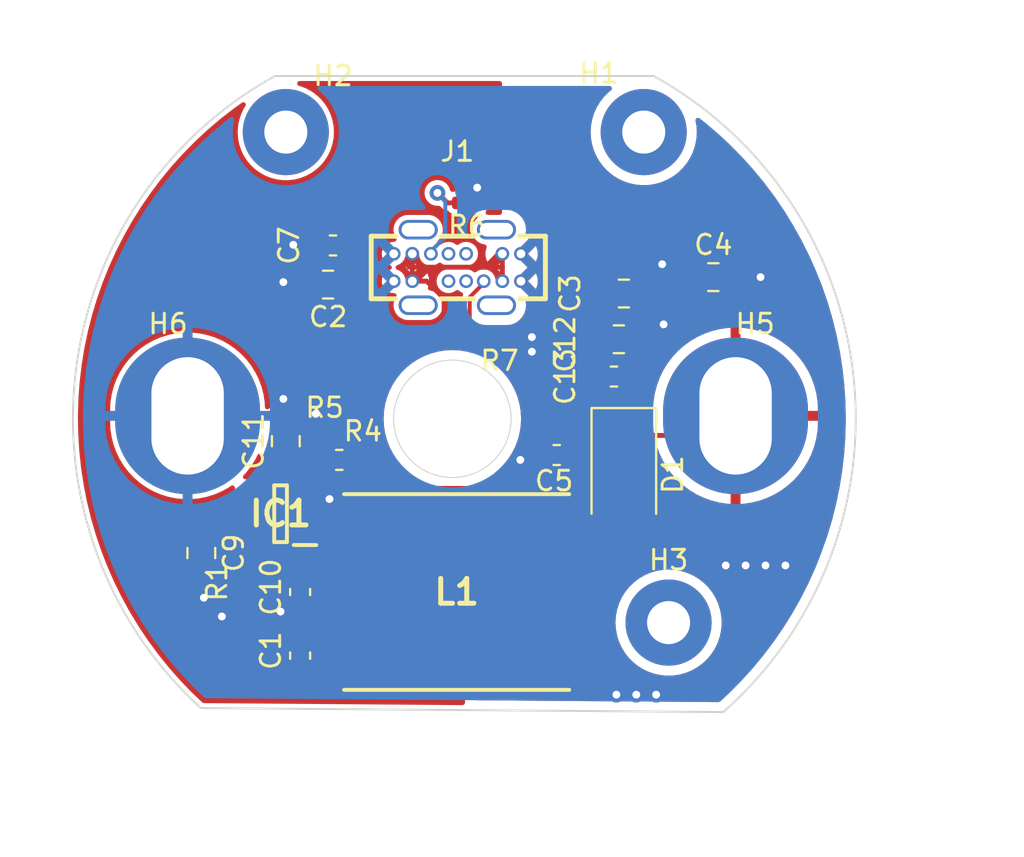
<source format=kicad_pcb>
(kicad_pcb (version 20211014) (generator pcbnew)
  (layers (0 "F.Cu" signal) (31 "B.Cu" signal) (34 "B.Paste" user) (35 "F.Paste" user) (36 "B.SilkS" user "B.Silkscreen") (37 "F.SilkS" user "F.Silkscreen") (38 "B.Mask" user) (39 "F.Mask" user) (44 "Edge.Cuts" user))
  (net 0 "")
  (net 1 "GND")
  (net 2 "5V")
  (net 3 "12V")
  (net 4 "Net-(D1-Pad2)")
  (net 5 "Net-(IC1-Pad6)")
  (net 6 "Net-(IC1-Pad3)")
  (net 7 "Net-(J1-Pad12)")
  (net 8 "Net-(J1-Pad5)")
  (net 9 "Net-(J1-Pad0)")
  (net 10 "Net-(J1-Pad11)")
  (net 11 "Net-(J1-Pad10)")
  (net 12 "Net-(J1-Pad4)")
  (net 13 "Net-(J1-Pad3)")
  (footprint "Capacitor_SMD:C_0805_2012Metric_Pad1.15x1.40mm_HandSolder" (layer "F.Cu") (at 122.428 50.292 180)
    (fp_text reference "C2" (at 0 -1.65) (layer "F.SilkS"))
    (fp_text value "20uF")
    (fp_line (start -0.261252 -0.71) (end 0.261252 -0.71) (layer "F.SilkS") (width 0.12))
    (fp_line (start -0.261252 0.71) (end 0.261252 0.71) (layer "F.SilkS") (width 0.12))
    (pad "1" smd roundrect locked (at -1.025 0 180) (size 1.15 1.4) (layers "F.Cu" "F.Paste" "F.Mask") (roundrect_rratio 0.2173904348) (net 2 "5V"))
    (pad "2" smd roundrect locked (at 1.025 0 180) (size 1.15 1.4) (layers "F.Cu" "F.Paste" "F.Mask") (roundrect_rratio 0.2173904348) (net 1 "GND"))
  )
  (footprint "Capacitor_SMD:C_0805_2012Metric_Pad1.15x1.40mm_HandSolder" (layer "F.Cu") (at 137.541 50.75)
    (fp_text reference "C3" (at -2.75 0 90) (layer "F.SilkS"))
    (fp_text value "20uF")
    (fp_line (start -0.261252 -0.71) (end 0.261252 -0.71) (layer "F.SilkS") (width 0.12))
    (fp_line (start -0.261252 0.71) (end 0.261252 0.71) (layer "F.SilkS") (width 0.12))
    (pad "1" smd roundrect locked (at -1.025 0) (size 1.15 1.4) (layers "F.Cu" "F.Paste" "F.Mask") (roundrect_rratio 0.2173904348) (net 3 "12V"))
    (pad "2" smd roundrect locked (at 1.025 0) (size 1.15 1.4) (layers "F.Cu" "F.Paste" "F.Mask") (roundrect_rratio 0.2173904348) (net 1 "GND"))
  )
  (footprint "Capacitor_SMD:C_0805_2012Metric_Pad1.15x1.40mm_HandSolder" (layer "F.Cu") (at 142.113 49.911)
    (fp_text reference "C4" (at 0 -1.65) (layer "F.SilkS"))
    (fp_text value "20uF")
    (fp_line (start -0.261252 0.71) (end 0.261252 0.71) (layer "F.SilkS") (width 0.12))
    (fp_line (start -0.261252 -0.71) (end 0.261252 -0.71) (layer "F.SilkS") (width 0.12))
    (pad "1" smd roundrect locked (at -1.025 0) (size 1.15 1.4) (layers "F.Cu" "F.Paste" "F.Mask") (roundrect_rratio 0.2173904348) (net 3 "12V"))
    (pad "2" smd roundrect locked (at 1.025 0) (size 1.15 1.4) (layers "F.Cu" "F.Paste" "F.Mask") (roundrect_rratio 0.2173904348) (net 1 "GND"))
  )
  (footprint "Capacitor_SMD:C_0603_1608Metric" (layer "F.Cu") (at 122.678 48.292 180)
    (fp_text reference "C7" (at 2.25 0 90) (layer "F.SilkS"))
    (fp_text value "0.1uF")
    (fp_line (start -0.162779 0.51) (end 0.162779 0.51) (layer "F.SilkS") (width 0.12))
    (fp_line (start -0.162779 -0.51) (end 0.162779 -0.51) (layer "F.SilkS") (width 0.12))
    (pad "1" smd roundrect locked (at -0.7875 0 180) (size 0.875 0.95) (layers "F.Cu" "F.Paste" "F.Mask") (net 2 "5V"))
    (pad "2" smd roundrect locked (at 0.7875 0 180) (size 0.875 0.95) (layers "F.Cu" "F.Paste" "F.Mask") (net 1 "GND"))
  )
  (footprint "Capacitor_SMD:C_0603_1608Metric" (layer "F.Cu") (at 121 66 -90)
    (fp_text reference "C10" (at -0.25 1.5 90) (layer "F.SilkS"))
    (fp_text value "0.1uF")
    (fp_line (start -0.162779 -0.51) (end 0.162779 -0.51) (layer "F.SilkS") (width 0.12))
    (fp_line (start -0.162779 0.51) (end 0.162779 0.51) (layer "F.SilkS") (width 0.12))
    (pad "1" smd roundrect locked (at -0.7875 0 270) (size 0.875 0.95) (layers "F.Cu" "F.Paste" "F.Mask") (net 2 "5V"))
    (pad "2" smd roundrect locked (at 0.7875 0 270) (size 0.875 0.95) (layers "F.Cu" "F.Paste" "F.Mask") (net 1 "GND"))
  )
  (footprint "Capacitor_SMD:C_0805_2012Metric_Pad1.15x1.40mm_HandSolder" (layer "F.Cu") (at 137.287 53.086)
    (fp_text reference "C12" (at -2.75 0.25 90) (layer "F.SilkS"))
    (fp_text value "20uF")
    (fp_line (start -0.261252 0.71) (end 0.261252 0.71) (layer "F.SilkS") (width 0.12))
    (fp_line (start -0.261252 -0.71) (end 0.261252 -0.71) (layer "F.SilkS") (width 0.12))
    (pad "1" smd roundrect locked (at -1.025 0) (size 1.15 1.4) (layers "F.Cu" "F.Paste" "F.Mask") (roundrect_rratio 0.2173904348) (net 3 "12V"))
    (pad "2" smd roundrect locked (at 1.025 0) (size 1.15 1.4) (layers "F.Cu" "F.Paste" "F.Mask") (roundrect_rratio 0.2173904348) (net 1 "GND"))
  )
  (footprint "Capacitor_SMD:C_0603_1608Metric" (layer "F.Cu") (at 137.033 54.991)
    (fp_text reference "C13" (at -2.5 0 90) (layer "F.SilkS"))
    (fp_text value "0.1uF")
    (fp_line (start -0.162779 -0.51) (end 0.162779 -0.51) (layer "F.SilkS") (width 0.12))
    (fp_line (start -0.162779 0.51) (end 0.162779 0.51) (layer "F.SilkS") (width 0.12))
    (pad "1" smd roundrect locked (at -0.7875 0) (size 0.875 0.95) (layers "F.Cu" "F.Paste" "F.Mask") (net 3 "12V"))
    (pad "2" smd roundrect locked (at 0.7875 0) (size 0.875 0.95) (layers "F.Cu" "F.Paste" "F.Mask") (net 1 "GND"))
  )
  (footprint "Diode_SMD:D_SMA" (layer "F.Cu") (at 137.541 60 -90)
    (fp_text reference "D1" (at 0 -2.5 90) (layer "F.SilkS"))
    (fp_text value "D_Schottky")
    (fp_line (start -3.4 1.65) (end 2 1.65) (layer "F.SilkS") (width 0.12))
    (fp_line (start -3.4 -1.65) (end 2 -1.65) (layer "F.SilkS") (width 0.12))
    (fp_line (start -3.4 -1.65) (end -3.4 1.65) (layer "F.SilkS") (width 0.12))
    (pad "1" smd rect locked (at -2 0 270) (size 2.5 1.8) (layers "F.Cu" "F.Paste" "F.Mask") (net 3 "12V"))
    (pad "2" smd rect locked (at 2 0 270) (size 2.5 1.8) (layers "F.Cu" "F.Paste" "F.Mask") (net 4 "Net-(D1-Pad2)"))
  )
  (footprint "MountingHole:MountingHole_2.2mm_M2_Pad" (layer "F.Cu") (at 138.557 42.5)
    (fp_text reference "H1" (at -2.286 -3.003) (layer "F.SilkS"))
    (fp_text value "MountingHole")
    (pad "1" thru_hole circle locked (at 0 0) (size 4.4 4.4) (drill 2.2) (layers *.Cu *.Mask))
  )
  (footprint "MountingHole:MountingHole_2.2mm_M2_Pad" (layer "F.Cu") (at 120.269 42.5)
    (fp_text reference "H2" (at 2.413 -2.876) (layer "F.SilkS"))
    (fp_text value "MountingHole")
    (pad "1" thru_hole circle locked (at 0 0) (size 4.4 4.4) (drill 2.2) (layers *.Cu *.Mask))
  )
  (footprint "MountingHole:MountingHole_2.2mm_M2_Pad" (layer "F.Cu") (at 139.827 67.564)
    (fp_text reference "H3" (at 0 -3.2) (layer "F.SilkS"))
    (fp_text value "MountingHole")
    (pad "1" thru_hole circle locked (at 0 0) (size 4.4 4.4) (drill 2.2) (layers *.Cu *.Mask))
  )
  (footprint "MountingHole:MountingHole_3.7mm_Pad" (layer "F.Cu") (at 144.25 57)
    (fp_text reference "H5" (at 0 -4.7) (layer "F.SilkS"))
    (fp_text value "MountingHole_Pad")
    (pad "1" thru_hole oval locked (at -1 0) (size 7.4 8) (drill oval 3.7 6) (layers *.Cu *.Mask) (net 3 "12V"))
  )
  (footprint "MountingHole:MountingHole_3.7mm_Pad" (layer "F.Cu") (at 114.25 57)
    (fp_text reference "H6" (at 0 -4.7) (layer "F.SilkS"))
    (fp_text value "MountingHole_Pad")
    (pad "1" thru_hole oval (at 1 0) (size 7.4 8) (drill oval 3.7 6) (layers *.Cu *.Mask) (net 1 "GND"))
  )
  (footprint "SamacSys_Parts:SOT95P280X145-6N" (layer "F.Cu") (at 120 62 180)
    (fp_text reference "IC1" (at 0 0) (layer "F.SilkS") (effects (font (size 1.27 1.27) (thickness 0.254))))
    (fp_text value "FP6291" hide)
    (fp_line (start 0.325 1.45) (end -0.325 1.45) (layer "F.SilkS") (width 0.2))
    (fp_line (start 0.325 -1.45) (end 0.325 1.45) (layer "F.SilkS") (width 0.2))
    (fp_line (start -0.325 1.45) (end -0.325 -1.45) (layer "F.SilkS") (width 0.2))
    (fp_line (start -1.825 -1.6) (end -0.675 -1.6) (layer "F.SilkS") (width 0.2))
    (fp_line (start -0.325 -1.45) (end 0.325 -1.45) (layer "F.SilkS") (width 0.2))
    (pad "1" smd rect locked (at -1.25 -0.95 270) (size 0.6 1.15) (layers "F.Cu" "F.Paste" "F.Mask") (net 4 "Net-(D1-Pad2)"))
    (pad "2" smd rect locked (at -1.25 0 270) (size 0.6 1.15) (layers "F.Cu" "F.Paste" "F.Mask") (net 1 "GND"))
    (pad "3" smd rect locked (at -1.25 0.95 270) (size 0.6 1.15) (layers "F.Cu" "F.Paste" "F.Mask") (net 6 "Net-(IC1-Pad3)"))
    (pad "4" smd rect locked (at 1.25 0.95 270) (size 0.6 1.15) (layers "F.Cu" "F.Paste" "F.Mask") (net 2 "5V"))
    (pad "5" smd rect locked (at 1.25 0 270) (size 0.6 1.15) (layers "F.Cu" "F.Paste" "F.Mask") (net 2 "5V"))
    (pad "6" smd rect locked (at 1.25 -0.95 270) (size 0.6 1.15) (layers "F.Cu" "F.Paste" "F.Mask") (net 5 "Net-(IC1-Pad6)"))
  )
  (footprint "SamacSys_Parts:INDPM115100X400N" (layer "F.Cu") (at 129 66)
    (fp_text reference "L1" (at 0 0) (layer "F.SilkS") (effects (font (size 1.27 1.27) (thickness 0.254))))
    (fp_text value "SMMS1040-3R3M" hide)
    (fp_line (start 5.75 -5) (end -5.75 -5) (layer "F.SilkS") (width 0.2))
    (fp_line (start -5.75 5) (end 5.75 5) (layer "F.SilkS") (width 0.2))
    (pad "1" smd rect locked (at -4.95 0) (size 2.8 3.05) (layers "F.Cu" "F.Paste" "F.Mask") (net 2 "5V"))
    (pad "2" smd rect locked (at 4.95 0) (size 2.8 3.05) (layers "F.Cu" "F.Paste" "F.Mask") (net 4 "Net-(D1-Pad2)"))
  )
  (footprint "Resistor_SMD:R_0402_1005Metric" (layer "F.Cu") (at 118 65.515 -90)
    (fp_text reference "R1" (at -0.015 1.25 90) (layer "F.SilkS"))
    (fp_text value "10K")
    (pad "1" smd roundrect locked (at -0.485 0 270) (size 0.59 0.64) (layers "F.Cu" "F.Paste" "F.Mask") (net 5 "Net-(IC1-Pad6)"))
    (pad "2" smd roundrect locked (at 0.485 0 270) (size 0.59 0.64) (layers "F.Cu" "F.Paste" "F.Mask") (net 1 "GND"))
  )
  (footprint "Resistor_SMD:R_0603_1608Metric" (layer "F.Cu") (at 123 59.25)
    (fp_text reference "R4" (at 1.206 -1.465) (layer "F.SilkS"))
    (fp_text value "190K")
    (fp_line (start -0.162779 0.51) (end 0.162779 0.51) (layer "F.SilkS") (width 0.12))
    (fp_line (start -0.162779 -0.51) (end 0.162779 -0.51) (layer "F.SilkS") (width 0.12))
    (pad "1" smd roundrect locked (at -0.7875 0) (size 0.875 0.95) (layers "F.Cu" "F.Paste" "F.Mask") (net 6 "Net-(IC1-Pad3)"))
    (pad "2" smd roundrect locked (at 0.7875 0) (size 0.875 0.95) (layers "F.Cu" "F.Paste" "F.Mask") (net 3 "12V"))
  )
  (footprint "Resistor_SMD:R_0402_1005Metric" (layer "F.Cu") (at 122.25 57.75)
    (fp_text reference "R5" (at 0 -1.17) (layer "F.SilkS"))
    (fp_text value "10K")
    (pad "1" smd roundrect locked (at -0.485 0) (size 0.59 0.64) (layers "F.Cu" "F.Paste" "F.Mask") (net 1 "GND"))
    (pad "2" smd roundrect locked (at 0.485 0) (size 0.59 0.64) (layers "F.Cu" "F.Paste" "F.Mask") (net 6 "Net-(IC1-Pad3)"))
  )
  (footprint "Capacitor_SMD:C_0805_2012Metric_Pad1.15x1.40mm_HandSolder" (layer "F.Cu") (at 120.269 58.293 90)
    (fp_text reference "C11" (at 0 -1.65 90) (layer "F.SilkS"))
    (fp_text value "20uF")
    (fp_line (start -0.261252 0.71) (end 0.261252 0.71) (layer "F.SilkS") (width 0.12))
    (fp_line (start -0.261252 -0.71) (end 0.261252 -0.71) (layer "F.SilkS") (width 0.12))
    (pad "1" smd roundrect locked (at -1.025 0 90) (size 1.15 1.4) (layers "F.Cu" "F.Paste" "F.Mask") (roundrect_rratio 0.2173904348) (net 2 "5V"))
    (pad "2" smd roundrect locked (at 1.025 0 90) (size 1.15 1.4) (layers "F.Cu" "F.Paste" "F.Mask") (roundrect_rratio 0.2173904348) (net 1 "GND"))
  )
  (footprint "Capacitor_SMD:C_0805_2012Metric_Pad1.15x1.40mm_HandSolder" (layer "F.Cu") (at 115.951 64.008 -90)
    (fp_text reference "C9" (at 0 -1.65 90) (layer "F.SilkS"))
    (fp_text value "20uF")
    (fp_line (start -0.261252 0.71) (end 0.261252 0.71) (layer "F.SilkS") (width 0.12))
    (fp_line (start -0.261252 -0.71) (end 0.261252 -0.71) (layer "F.SilkS") (width 0.12))
    (pad "1" smd roundrect locked (at -1.025 0 270) (size 1.15 1.4) (layers "F.Cu" "F.Paste" "F.Mask") (roundrect_rratio 0.2173904348) (net 2 "5V"))
    (pad "2" smd roundrect locked (at 1.025 0 270) (size 1.15 1.4) (layers "F.Cu" "F.Paste" "F.Mask") (roundrect_rratio 0.2173904348) (net 1 "GND"))
  )
  (footprint "Capacitor_SMD:C_0603_1608Metric" (layer "F.Cu") (at 134.112 59 180)
    (fp_text reference "C5" (at 0.138 -1.325) (layer "F.SilkS"))
    (fp_text value "0.1uF")
    (fp_line (start -0.162779 -0.51) (end 0.162779 -0.51) (layer "F.SilkS") (width 0.12))
    (fp_line (start -0.162779 0.51) (end 0.162779 0.51) (layer "F.SilkS") (width 0.12))
    (pad "1" smd roundrect locked (at -0.7875 0 180) (size 0.875 0.95) (layers "F.Cu" "F.Paste" "F.Mask") (net 3 "12V"))
    (pad "2" smd roundrect locked (at 0.7875 0 180) (size 0.875 0.95) (layers "F.Cu" "F.Paste" "F.Mask") (net 1 "GND"))
  )
  (footprint "Capacitor_SMD:C_0603_1608Metric" (layer "F.Cu") (at 121 69.25 90)
    (fp_text reference "C1" (at 0.25 -1.5 90) (layer "F.SilkS"))
    (fp_text value "0.1uF")
    (fp_line (start -0.162779 -0.51) (end 0.162779 -0.51) (layer "F.SilkS") (width 0.12))
    (fp_line (start -0.162779 0.51) (end 0.162779 0.51) (layer "F.SilkS") (width 0.12))
    (pad "1" smd roundrect locked (at -0.7875 0 90) (size 0.875 0.95) (layers "F.Cu" "F.Paste" "F.Mask") (net 2 "5V"))
    (pad "2" smd roundrect locked (at 0.7875 0 90) (size 0.875 0.95) (layers "F.Cu" "F.Paste" "F.Mask") (net 1 "GND"))
  )
  (footprint "Resistor_SMD:R_0402_1005Metric" (layer "F.Cu") (at 129.54 46.116 180)
    (fp_text reference "R6" (at 0 -1.17) (layer "F.SilkS"))
    (fp_text value "5.1k")
    (pad "1" smd roundrect locked (at -0.485 0 180) (size 0.59 0.64) (layers "F.Cu" "F.Paste" "F.Mask") (net 1 "GND"))
    (pad "2" smd roundrect locked (at 0.485 0 180) (size 0.59 0.64) (layers "F.Cu" "F.Paste" "F.Mask") (net 7 "Net-(J1-Pad12)"))
  )
  (footprint "Resistor_SMD:R_0402_1005Metric" (layer "F.Cu") (at 131.064 52.974)
    (fp_text reference "R7" (at 0.127 1.207) (layer "F.SilkS"))
    (fp_text value "5.1K")
    (pad "1" smd roundrect locked (at -0.485 0) (size 0.59 0.64) (layers "F.Cu" "F.Paste" "F.Mask") (net 8 "Net-(J1-Pad5)"))
    (pad "2" smd roundrect locked (at 0.485 0) (size 0.59 0.64) (layers "F.Cu" "F.Paste" "F.Mask") (net 1 "GND"))
  )
  (footprint "easyeda2kicad:USB-C-TH_TYPE-C-USB-14P" (layer "F.Cu") (at 129.032 49.418)
    (fp_text reference "J1" (at 0 -5.93) (layer "F.SilkS"))
    (fp_text value "USB-C-TH_TYPE-C-USB-14P")
    (fp_line (start 0.85 1.6) (end -0.85 1.6) (layer "F.SilkS") (width 0.25))
    (fp_line (start 3.15 -1.6) (end 4.5 -1.6) (layer "F.SilkS") (width 0.25))
    (fp_line (start -3.15 1.6) (end -4.4 1.6) (layer "F.SilkS") (width 0.25))
    (fp_line (start 4.5 1.6) (end 3.15 1.6) (layer "F.SilkS") (width 0.25))
    (fp_line (start -4.4 -1.6) (end -3.15 -1.6) (layer "F.SilkS") (width 0.25))
    (fp_line (start -4.4 1.6) (end -4.4 -1.6) (layer "F.SilkS") (width 0.25))
    (fp_line (start -0.85 -1.6) (end 0.85 -1.6) (layer "F.SilkS") (width 0.25))
    (fp_line (start 4.5 -1.6) (end 4.5 1.6) (layer "F.SilkS") (width 0.25))
    (pad "0" thru_hole oval locked (at -2 1.93 90) (size 1 2) (drill oval 0.700024 1.700022) (layers *.Cu *.Mask) (net 9 "Net-(J1-Pad0)"))
    (pad "0" thru_hole oval locked (at 2 1.93 90) (size 1 2) (drill oval 0.700024 1.700022) (layers *.Cu *.Mask) (net 9 "Net-(J1-Pad0)"))
    (pad "0" thru_hole oval locked (at -2 -1.93 90) (size 1 2) (drill oval 0.700024 1.700022) (layers *.Cu *.Mask) (net 9 "Net-(J1-Pad0)"))
    (pad "0" thru_hole oval locked (at 2 -1.93 90) (size 1 2) (drill oval 0.700024 1.700022) (layers *.Cu *.Mask) (net 9 "Net-(J1-Pad0)"))
    (pad "1" thru_hole circle locked (at -3.25 0.7) (size 0.7 0.7) (drill 0.449986) (layers *.Cu *.Mask) (net 1 "GND"))
    (pad "2" thru_hole circle locked (at -2.3 0.7) (size 0.7 0.7) (drill 0.449986) (layers *.Cu *.Mask) (net 2 "5V"))
    (pad "3" thru_hole circle locked (at -0.45 0.7) (size 0.7 0.7) (drill 0.449986) (layers *.Cu *.Mask) (net 13 "Net-(J1-Pad3)"))
    (pad "4" thru_hole circle locked (at 0.45 0.7) (size 0.7 0.7) (drill 0.449986) (layers *.Cu *.Mask) (net 12 "Net-(J1-Pad4)"))
    (pad "5" thru_hole circle locked (at 1.35 0.7) (size 0.7 0.7) (drill 0.449986) (layers *.Cu *.Mask) (net 8 "Net-(J1-Pad5)"))
    (pad "6" thru_hole circle locked (at 2.3 0.7) (size 0.7 0.7) (drill 0.449986) (layers *.Cu *.Mask) (net 2 "5V"))
    (pad "7" thru_hole circle locked (at 3.25 0.7) (size 0.7 0.7) (drill 0.449986) (layers *.Cu *.Mask) (net 1 "GND"))
    (pad "8" thru_hole circle locked (at 3.25 -0.7) (size 0.7 0.7) (drill 0.449986) (layers *.Cu *.Mask) (net 1 "GND"))
    (pad "9" thru_hole circle locked (at 2.3 -0.7) (size 0.7 0.7) (drill 0.449986) (layers *.Cu *.Mask) (net 2 "5V"))
    (pad "10" thru_hole circle locked (at 0.45 -0.7) (size 0.7 0.7) (drill 0.449986) (layers *.Cu *.Mask) (net 11 "Net-(J1-Pad10)"))
    (pad "11" thru_hole circle locked (at -0.45 -0.7) (size 0.7 0.7) (drill 0.449986) (layers *.Cu *.Mask) (net 10 "Net-(J1-Pad11)"))
    (pad "12" thru_hole circle locked (at -1.35 -0.7) (size 0.7 0.7) (drill 0.449986) (layers *.Cu *.Mask) (net 7 "Net-(J1-Pad12)"))
    (pad "13" thru_hole circle locked (at -2.3 -0.7) (size 0.7 0.7) (drill 0.449986) (layers *.Cu *.Mask) (net 2 "5V"))
    (pad "14" thru_hole circle locked (at -3.25 -0.7) (size 0.7 0.7) (drill 0.449986) (layers *.Cu *.Mask) (net 1 "GND"))
  )
  (gr_circle (center 128.778 57.15) (end 131.778 57.15) (layer "Edge.Cuts") (width 0.05) (fill none))
  (gr_arc (start 139.067988 39.635037) (mid 149.271979 54.964224) (end 142.621 72.136) (layer "Edge.Cuts") (width 0.1))
  (gr_line (start 142.621 72.136) (end 115.93182 71.931836) (layer "Edge.Cuts") (width 0.1))
  (gr_line (start 119.713014 39.635037) (end 139.067988 39.635037) (layer "Edge.Cuts") (width 0.1))
  (gr_arc (start 115.93182 71.931836) (mid 109.526177 54.812143) (end 119.713014 39.635037) (layer "Edge.Cuts") (width 0.1))
  (segment (start 138.811 53.086) (end 139.573 52.324) (width 0.25) (layer "F.Cu") (net 1))
  (segment (start 120.2125 66.7875) (end 120 67) (width 0.25) (layer "F.Cu") (net 1))
  (segment (start 121.25 62) (end 122.075 62) (width 0.25) (layer "F.Cu") (net 1))
  (segment (start 118 66) (end 118 66.25) (width 0.25) (layer "F.Cu") (net 1))
  (segment (start 132.5 59) (end 132.25 59.25) (width 0.25) (layer "F.Cu") (net 1))
  (segment (start 122.075 62) (end 122.5 61.575) (width 0.25) (layer "F.Cu") (net 1))
  (segment (start 139.025 49.725) (end 139.5 49.25) (width 0.25) (layer "F.Cu") (net 1))
  (segment (start 131.549 52.974) (end 132.842 52.974) (width 0.25) (layer "F.Cu") (net 1))
  (segment (start 138.312 53.086) (end 138.811 53.086) (width 0.25) (layer "F.Cu") (net 1))
  (segment (start 121 66.7875) (end 120.2125 66.7875) (width 0.25) (layer "F.Cu") (net 1))
  (segment (start 139.025 50.75) (end 139.025 49.725) (width 0.25) (layer "F.Cu") (net 1))
  (segment (start 118 66.25) (end 117 67.25) (width 0.25) (layer "F.Cu") (net 1))
  (segment (start 121.8905 48.292) (end 120.682 48.292) (width 0.25) (layer "F.Cu") (net 1))
  (segment (start 120.269 50.292) (end 120.142 50.165) (width 0.25) (layer "F.Cu") (net 1))
  (segment (start 115.951 66.167) (end 116.078 66.294) (width 0.25) (layer "F.Cu") (net 1))
  (segment (start 120.142 57.268) (end 120.142 56.134) (width 0.25) (layer "F.Cu") (net 1))
  (segment (start 121.403 50.292) (end 120.269 50.292) (width 0.25) (layer "F.Cu") (net 1))
  (segment (start 138.566 50.75) (end 138.566 52.832) (width 0.25) (layer "F.Cu") (net 1))
  (segment (start 137.8205 53.5775) (end 138.312 53.086) (width 0.25) (layer "F.Cu") (net 1))
  (segment (start 115.951 65.033) (end 115.951 66.167) (width 0.25) (layer "F.Cu") (net 1))
  (segment (start 121 68.4625) (end 121 66.7875) (width 0.25) (layer "F.Cu") (net 1))
  (segment (start 133.4625 59) (end 132.5 59) (width 0.25) (layer "F.Cu") (net 1))
  (segment (start 137.8205 54.991) (end 137.8205 53.5775) (width 0.25) (layer "F.Cu") (net 1))
  (segment (start 121.765 56.924) (end 121.793 56.896) (width 0.25) (layer "F.Cu") (net 1))
  (segment (start 122.5 61.575) (end 122.5 61.25) (width 0.25) (layer "F.Cu") (net 1))
  (segment (start 121.765 57.75) (end 121.765 56.924) (width 0.25) (layer "F.Cu") (net 1))
  (segment (start 120.682 48.292) (end 120.65 48.26) (width 0.25) (layer "F.Cu") (net 1))
  (segment (start 130.048 45.339) (end 130.048 46.093) (width 0.25) (layer "F.Cu") (net 1))
  (via (at 145.796 64.643) (size 0.8) (drill 0.4) (layers "F.Cu" "B.Cu") (net 1))
  (via (at 116.078 66.294) (size 0.8) (drill 0.4) (layers "F.Cu" "B.Cu") (net 1))
  (via (at 132.842 52.974) (size 0.8) (drill 0.4) (layers "F.Cu" "B.Cu") (net 1))
  (via (at 120.65 48.26) (size 0.8) (drill 0.4) (layers "F.Cu" "B.Cu") (net 1))
  (via (at 138.176 71.247) (size 0.8) (drill 0.4) (layers "F.Cu" "B.Cu") (net 1))
  (via (at 144.78 64.643) (size 0.8) (drill 0.4) (layers "F.Cu" "B.Cu") (net 1))
  (via (at 144.526 49.911) (size 0.8) (drill 0.4) (layers "F.Cu" "B.Cu") (net 1))
  (via (at 120.142 56.134) (size 0.8) (drill 0.4) (layers "F.Cu" "B.Cu") (net 1))
  (via (at 139.192 71.247) (size 0.8) (drill 0.4) (layers "F.Cu" "B.Cu") (net 1))
  (via (at 139.5 49.25) (size 0.8) (drill 0.4) (layers "F.Cu" "B.Cu") (net 1))
  (via (at 132.25 59.25) (size 0.8) (drill 0.4) (layers "F.Cu" "B.Cu") (net 1))
  (via (at 120.142 50.165) (size 0.8) (drill 0.4) (layers "F.Cu" "B.Cu") (net 1))
  (via (at 142.748 64.643) (size 0.8) (drill 0.4) (layers "F.Cu" "B.Cu") (net 1))
  (via (at 120 67) (size 0.8) (drill 0.4) (layers "F.Cu" "B.Cu") (net 1))
  (via (at 132.842 53.721) (size 0.8) (drill 0.4) (layers "F.Cu" "B.Cu") (net 1))
  (via (at 143.764 64.643) (size 0.8) (drill 0.4) (layers "F.Cu" "B.Cu") (net 1))
  (via (at 122.5 61.25) (size 0.8) (drill 0.4) (layers "F.Cu" "B.Cu") (net 1))
  (via (at 137.16 71.247) (size 0.8) (drill 0.4) (layers "F.Cu" "B.Cu") (net 1))
  (via (at 139.573 52.324) (size 0.8) (drill 0.4) (layers "F.Cu" "B.Cu") (net 1))
  (via (at 117 67.25) (size 0.8) (drill 0.4) (layers "F.Cu" "B.Cu") (net 1))
  (via (at 121.793 56.896) (size 0.8) (drill 0.4) (layers "F.Cu" "B.Cu") (net 1))
  (via (at 130.048 45.339) (size 0.8) (drill 0.4) (layers "F.Cu" "B.Cu") (net 1))
  (segment (start 131.332 49.404) (end 126.76 49.404) (width 0.25) (layer "F.Cu") (net 2))
  (segment (start 126.732 50.118) (end 127.46874 50.118) (width 0.25) (layer "F.Cu") (net 2))
  (segment (start 115.951 62.348) (end 117.249 61.05) (width 0.25) (layer "F.Cu") (net 2))
  (segment (start 126.76 49.404) (end 126.732 49.432) (width 0.25) (layer "F.Cu") (net 2))
  (segment (start 116.299 62) (end 117.626 62) (width 0.25) (layer "F.Cu") (net 2))
  (segment (start 126.732 49.432) (end 126.732 48.718) (width 0.25) (layer "F.Cu") (net 2))
  (segment (start 118.75 62) (end 117.626 62) (width 0.25) (layer "F.Cu") (net 2))
  (segment (start 118.75 61.05) (end 117.249 61.05) (width 0.25) (layer "F.Cu") (net 2))
  (segment (start 126.732 49.212974) (end 126.551973 49.393001) (width 0.25) (layer "F.Cu") (net 2))
  (segment (start 131.332 49.404) (end 131.332 50.118) (width 0.25) (layer "F.Cu") (net 2))
  (segment (start 131.332 48.718) (end 131.332 49.404) (width 0.25) (layer "F.Cu") (net 2))
  (segment (start 127.46874 50.118) (end 128.35701 51.00627) (width 0.25) (layer "F.Cu") (net 2))
  (segment (start 126.732 50.118) (end 126.732 49.432) (width 0.25) (layer "F.Cu") (net 2))
  (segment (start 124.05 65.884) (end 122.047 63.881) (width 0.25) (layer "F.Cu") (net 2))
  (segment (start 126.732 49.212974) (end 126.732 48.718) (width 0.25) (layer "F.Cu") (net 2))
  (segment (start 128.35701 51.00627) (end 128.35701 52.37899) (width 0.25) (layer "F.Cu") (net 2))
  (segment (start 137.541 58) (end 142.25 58) (width 0.25) (layer "F.Cu") (net 3))
  (segment (start 123.7875 59.25) (end 125.2435 60.706) (width 0.25) (layer "F.Cu") (net 3))
  (segment (start 135.294 60.706) (end 138 58) (width 0.25) (layer "F.Cu") (net 3))
  (segment (start 125.2435 60.706) (end 135.294 60.706) (width 0.25) (layer "F.Cu") (net 3))
  (segment (start 124.9 62.25) (end 124.92 62.23) (width 1.5) (layer "F.Cu") (net 4))
  (segment (start 121.25 62.95) (end 124.2 62.95) (width 0.5) (layer "F.Cu") (net 4))
  (segment (start 124.92 62.23) (end 130.18 62.23) (width 1.5) (layer "F.Cu") (net 4))
  (segment (start 130.18 62.23) (end 133.95 66) (width 1.5) (layer "F.Cu") (net 4))
  (segment (start 124.2 62.95) (end 124.9 62.25) (width 1) (layer "F.Cu") (net 4))
  (segment (start 137.95 62) (end 133.95 66) (width 2) (layer "F.Cu") (net 4))
  (segment (start 118 65.03) (end 118 63.7) (width 0.25) (layer "F.Cu") (net 5))
  (segment (start 118 63.7) (end 118.75 62.95) (width 0.25) (layer "F.Cu") (net 5))
  (segment (start 122.735 57.75) (end 122.735 58.7275) (width 0.25) (layer "F.Cu") (net 6))
  (segment (start 122.735 58.7275) (end 122.2125 59.25) (width 0.25) (layer "F.Cu") (net 6))
  (segment (start 122.2125 60.0875) (end 121.25 61.05) (width 0.25) (layer "F.Cu") (net 6))
  (segment (start 122.2125 59.25) (end 122.2125 60.0875) (width 0.25) (layer "F.Cu") (net 6))
  (segment (start 128.524 46.116) (end 128.016 45.608) (width 0.25) (layer "F.Cu") (net 7))
  (segment (start 129.055 46.116) (end 128.524 46.116) (width 0.25) (layer "F.Cu") (net 7))
  (via (at 128.016 45.608) (size 0.8) (drill 0.4) (layers "F.Cu" "B.Cu") (net 7))
  (segment (start 127.76613 48.50474) (end 128.415999 47.854871) (width 0.2) (layer "B.Cu") (net 7))
  (segment (start 128.415999 46.007999) (end 128.016 45.608) (width 0.2) (layer "B.Cu") (net 7))
  (segment (start 128.415999 47.854871) (end 128.415999 46.007999) (width 0.2) (layer "B.Cu") (net 7))
  (segment (start 129.667 50.932002) (end 130.382 50.217002) (width 0.2) (layer "F.Cu") (net 8))
  (segment (start 130.579 52.974) (end 129.667 52.062) (width 0.2) (layer "F.Cu") (net 8))
  (segment (start 129.667 52.062) (end 129.667 50.932002) (width 0.2) (layer "F.Cu") (net 8))
  (zone (net 2) (net_name "5V") (layer "F.Cu") (priority 2) (connect_pads (clearance 0.254)) (min_thickness 0.254) (fill yes (thermal_gap 0.508) (thermal_bridge_width 0.508))
    (polygon (pts (xy 131.318 52.832) (xy 121.793 52.832) (xy 121.75 58.25) (xy 123.19 63.754) (xy 129.5 63.754) (xy 129.348228 79.548354) (xy 119.804228 76.316354) (xy 115.57 73.025) (xy 108.204 68.326) (xy 105.664 57.658) (xy 108.39604 46.304646) (xy 113.39604 39.804646) (xy 122.047 36.83) (xy 131.318 36.195)))
  )
  (zone (net 1) (net_name "GND") (layers F&B.Cu) (priority 1) (connect_pads (clearance 0.508)) (min_thickness 0.254) (fill yes (thermal_gap 0.508) (thermal_bridge_width 0.508))
    (polygon (pts (xy 157.25 36) (xy 158 78.5) (xy 107.75 78.25) (xy 108 35.75)))
  )
  (zone (net 3) (net_name "12V") (layer "F.Cu") (priority 2) (connect_pads (clearance 0.508)) (min_thickness 0.254) (fill yes (thermal_gap 0.508) (thermal_bridge_width 0.508))
    (polygon (pts (xy 151.264161 57.320128) (xy 147.955 63.5) (xy 134.75 63.5) (xy 134.5 54) (xy 134.528 51.5) (xy 134.528 47.5) (xy 146.25 47.5)))
  )
)
</source>
